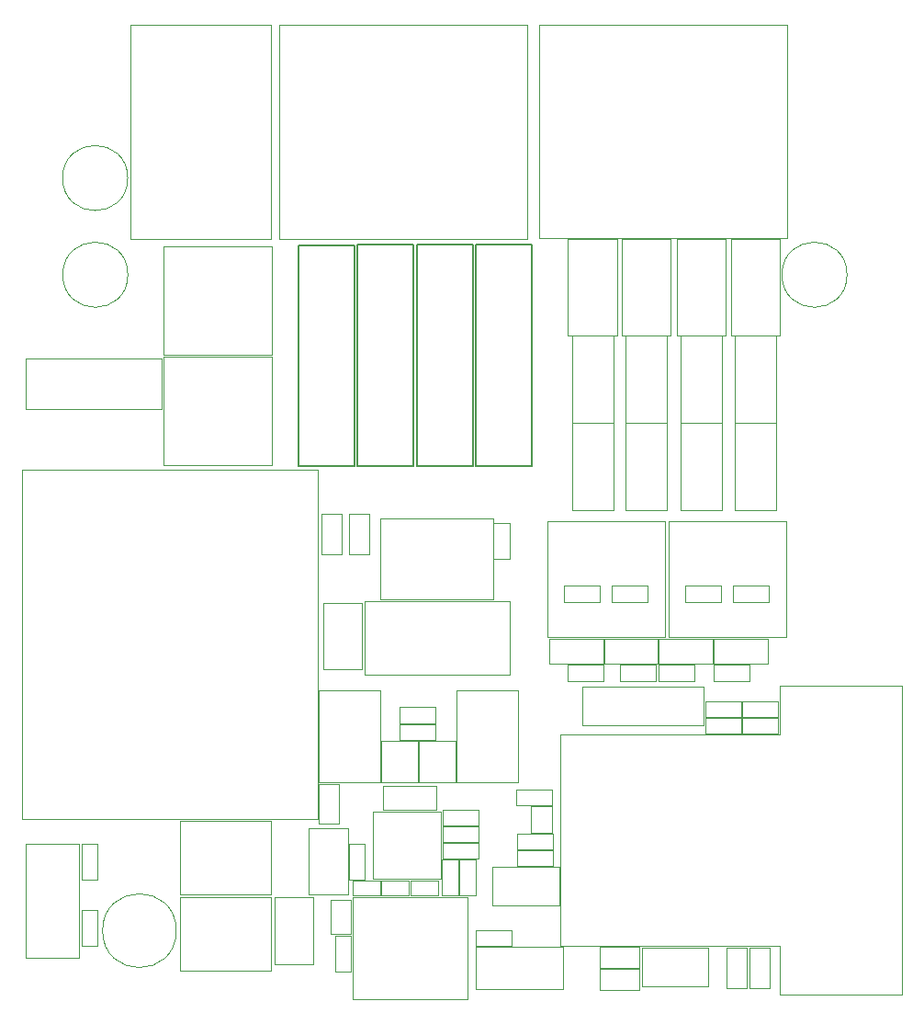
<source format=gbr>
G04 #@! TF.GenerationSoftware,KiCad,Pcbnew,(6.0.2)*
G04 #@! TF.CreationDate,2022-03-14T21:05:12+01:00*
G04 #@! TF.ProjectId,hamodule,68616d6f-6475-46c6-952e-6b696361645f,rev?*
G04 #@! TF.SameCoordinates,Original*
G04 #@! TF.FileFunction,Other,User*
%FSLAX46Y46*%
G04 Gerber Fmt 4.6, Leading zero omitted, Abs format (unit mm)*
G04 Created by KiCad (PCBNEW (6.0.2)) date 2022-03-14 21:05:12*
%MOMM*%
%LPD*%
G01*
G04 APERTURE LIST*
%ADD10C,0.050000*%
%ADD11C,0.150000*%
G04 APERTURE END LIST*
D10*
X148758500Y-142738700D02*
X148758500Y-148888700D01*
X148758500Y-148888700D02*
X152358500Y-148888700D01*
X152358500Y-142738700D02*
X148758500Y-142738700D01*
X152358500Y-148888700D02*
X152358500Y-142738700D01*
X184140400Y-121253900D02*
X179180400Y-121253900D01*
X179180400Y-118953900D02*
X184140400Y-118953900D01*
X179180400Y-121253900D02*
X179180400Y-118953900D01*
X184140400Y-118953900D02*
X184140400Y-121253900D01*
X176197500Y-91036100D02*
X180037500Y-91036100D01*
X180037500Y-91036100D02*
X180037500Y-99036100D01*
X176197500Y-99036100D02*
X176197500Y-91036100D01*
X180037500Y-99036100D02*
X176197500Y-99036100D01*
X184990500Y-99036100D02*
X181150500Y-99036100D01*
X184990500Y-91036100D02*
X184990500Y-99036100D01*
X181150500Y-91036100D02*
X184990500Y-91036100D01*
X181150500Y-99036100D02*
X181150500Y-91036100D01*
X125886500Y-97793500D02*
X138386500Y-97793500D01*
X125886500Y-93093500D02*
X138386500Y-93093500D01*
X138386500Y-93093500D02*
X138386500Y-97793500D01*
X125886500Y-93093500D02*
X125886500Y-97793500D01*
X184990500Y-99087900D02*
X184990500Y-107087900D01*
X181150500Y-99087900D02*
X184990500Y-99087900D01*
X184990500Y-107087900D02*
X181150500Y-107087900D01*
X181150500Y-107087900D02*
X181150500Y-99087900D01*
X180037500Y-99087900D02*
X180037500Y-107087900D01*
X180037500Y-107087900D02*
X176197500Y-107087900D01*
X176197500Y-99087900D02*
X180037500Y-99087900D01*
X176197500Y-107087900D02*
X176197500Y-99087900D01*
X155654500Y-111138500D02*
X155654500Y-107438500D01*
X157554500Y-107438500D02*
X157554500Y-111138500D01*
X157554500Y-111138500D02*
X155654500Y-111138500D01*
X155654500Y-107438500D02*
X157554500Y-107438500D01*
X155014500Y-111147500D02*
X153114500Y-111147500D01*
X153114500Y-107447500D02*
X155014500Y-107447500D01*
X155014500Y-107447500D02*
X155014500Y-111147500D01*
X153114500Y-111147500D02*
X153114500Y-107447500D01*
X140059300Y-142503500D02*
X148459300Y-142503500D01*
X140059300Y-135753500D02*
X140059300Y-142503500D01*
X148459300Y-135753500D02*
X140059300Y-135753500D01*
X148459300Y-142503500D02*
X148459300Y-135753500D01*
X153280500Y-121765500D02*
X156880500Y-121765500D01*
X156880500Y-121765500D02*
X156880500Y-115615500D01*
X153280500Y-115615500D02*
X153280500Y-121765500D01*
X156880500Y-115615500D02*
X153280500Y-115615500D01*
X131032500Y-147264500D02*
X131032500Y-143964500D01*
X131032500Y-143964500D02*
X132492500Y-143964500D01*
X132492500Y-147264500D02*
X131032500Y-147264500D01*
X132492500Y-143964500D02*
X132492500Y-147264500D01*
X132492500Y-141168500D02*
X131032500Y-141168500D01*
X131032500Y-141168500D02*
X131032500Y-137868500D01*
X132492500Y-137868500D02*
X132492500Y-141168500D01*
X131032500Y-137868500D02*
X132492500Y-137868500D01*
X157076500Y-122214500D02*
X170476500Y-122214500D01*
X170476500Y-115464500D02*
X157076500Y-115464500D01*
X170476500Y-122214500D02*
X170476500Y-115464500D01*
X157076500Y-115464500D02*
X157076500Y-122214500D01*
X168980100Y-108318200D02*
X170440100Y-108318200D01*
X170440100Y-108318200D02*
X170440100Y-111618200D01*
X168980100Y-111618200D02*
X168980100Y-108318200D01*
X170440100Y-111618200D02*
X168980100Y-111618200D01*
X125536100Y-103343500D02*
X152736100Y-103343500D01*
X152736100Y-103343500D02*
X152736100Y-135543500D01*
X152736100Y-135543500D02*
X125536100Y-135543500D01*
X125536100Y-135543500D02*
X125536100Y-103343500D01*
X125822500Y-137815500D02*
X125822500Y-148315500D01*
X130732500Y-137815500D02*
X125822500Y-137815500D01*
X125822500Y-148315500D02*
X130732500Y-148315500D01*
X130732500Y-148315500D02*
X130732500Y-137815500D01*
D11*
X150997800Y-82675598D02*
X150997800Y-103025598D01*
X156147800Y-82675598D02*
X150997800Y-82675598D01*
X150997800Y-82675598D02*
X150997800Y-82675598D01*
X150997800Y-103025598D02*
X156147800Y-103025598D01*
X156147800Y-103025598D02*
X156147800Y-82675598D01*
X161545300Y-103006099D02*
X161545300Y-82656099D01*
X156395300Y-103006099D02*
X161545300Y-103006099D01*
X156395300Y-82656099D02*
X156395300Y-103006099D01*
X161545300Y-82656099D02*
X156395300Y-82656099D01*
X156395300Y-82656099D02*
X156395300Y-82656099D01*
X172490500Y-103006099D02*
X172490500Y-82656099D01*
X172490500Y-82656099D02*
X167340500Y-82656099D01*
X167340500Y-82656099D02*
X167340500Y-103006099D01*
X167340500Y-82656099D02*
X167340500Y-82656099D01*
X167340500Y-103006099D02*
X172490500Y-103006099D01*
D10*
X172101902Y-62397100D02*
X149191102Y-62397100D01*
X172101902Y-82107500D02*
X172101902Y-62397100D01*
X149191102Y-82107500D02*
X172101902Y-82107500D01*
X149191102Y-62397100D02*
X149191102Y-82107500D01*
X135546102Y-62420699D02*
X135546102Y-82131099D01*
X148454102Y-82131099D02*
X148454102Y-62420699D01*
X135546102Y-82131099D02*
X148454102Y-82131099D01*
X148454102Y-62420699D02*
X135546102Y-62420699D01*
X173151102Y-82067499D02*
X196061902Y-82067499D01*
X196061902Y-62357099D02*
X173151102Y-62357099D01*
X196061902Y-82067499D02*
X196061902Y-62357099D01*
X173151102Y-62357099D02*
X173151102Y-82067499D01*
X138536500Y-92823500D02*
X138536500Y-82823500D01*
X138536500Y-92823500D02*
X148536500Y-92823500D01*
X148536500Y-82823500D02*
X148536500Y-92823500D01*
X148536500Y-82823500D02*
X138536500Y-82823500D01*
X201564500Y-85407500D02*
G75*
G03*
X201564500Y-85407500I-3000000J0D01*
G01*
X135270500Y-85407500D02*
G75*
G03*
X135270500Y-85407500I-3000000J0D01*
G01*
D11*
X161943000Y-82656099D02*
X161943000Y-82656099D01*
X167093000Y-103006099D02*
X167093000Y-82656099D01*
X167093000Y-82656099D02*
X161943000Y-82656099D01*
X161943000Y-103006099D02*
X167093000Y-103006099D01*
X161943000Y-82656099D02*
X161943000Y-103006099D01*
D10*
X135256500Y-76503500D02*
G75*
G03*
X135256500Y-76503500I-3000000J0D01*
G01*
X168916500Y-115283500D02*
X168916500Y-107883500D01*
X168916500Y-107883500D02*
X158516500Y-107883500D01*
X158516500Y-107883500D02*
X158516500Y-115283500D01*
X158516500Y-115283500D02*
X168916500Y-115283500D01*
X183932000Y-122815100D02*
X180632000Y-122815100D01*
X180632000Y-121355100D02*
X183932000Y-121355100D01*
X183932000Y-121355100D02*
X183932000Y-122815100D01*
X180632000Y-122815100D02*
X180632000Y-121355100D01*
X187513400Y-122815100D02*
X184213400Y-122815100D01*
X184213400Y-121355100D02*
X187513400Y-121355100D01*
X184213400Y-122815100D02*
X184213400Y-121355100D01*
X187513400Y-121355100D02*
X187513400Y-122815100D01*
X184197300Y-118953900D02*
X189157300Y-118953900D01*
X189157300Y-121253900D02*
X184197300Y-121253900D01*
X184197300Y-121253900D02*
X184197300Y-118953900D01*
X189157300Y-118953900D02*
X189157300Y-121253900D01*
X189265000Y-118953900D02*
X194225000Y-118953900D01*
X189265000Y-121253900D02*
X189265000Y-118953900D01*
X194225000Y-118953900D02*
X194225000Y-121253900D01*
X194225000Y-121253900D02*
X189265000Y-121253900D01*
X195048900Y-107087900D02*
X191208900Y-107087900D01*
X195048900Y-99087900D02*
X195048900Y-107087900D01*
X191208900Y-99087900D02*
X195048900Y-99087900D01*
X191208900Y-107087900D02*
X191208900Y-99087900D01*
X190019700Y-91036100D02*
X190019700Y-99036100D01*
X190019700Y-99036100D02*
X186179700Y-99036100D01*
X186179700Y-91036100D02*
X190019700Y-91036100D01*
X186179700Y-99036100D02*
X186179700Y-91036100D01*
X191208900Y-99036100D02*
X191208900Y-91036100D01*
X191208900Y-91036100D02*
X195048900Y-91036100D01*
X195048900Y-91036100D02*
X195048900Y-99036100D01*
X195048900Y-99036100D02*
X191208900Y-99036100D01*
X184772100Y-118789100D02*
X184772100Y-108089100D01*
X173972100Y-118789100D02*
X184772100Y-118789100D01*
X173972100Y-108089100D02*
X173972100Y-118789100D01*
X184772100Y-108089100D02*
X173972100Y-108089100D01*
X185148100Y-108089100D02*
X185148100Y-118789100D01*
X195948100Y-118789100D02*
X195948100Y-108089100D01*
X185148100Y-118789100D02*
X195948100Y-118789100D01*
X195948100Y-108089100D02*
X185148100Y-108089100D01*
X186179700Y-99087900D02*
X190019700Y-99087900D01*
X190019700Y-107087900D02*
X186179700Y-107087900D01*
X190019700Y-99087900D02*
X190019700Y-107087900D01*
X186179700Y-107087900D02*
X186179700Y-99087900D01*
X175782800Y-122815100D02*
X175782800Y-121355100D01*
X175782800Y-121355100D02*
X179082800Y-121355100D01*
X179082800Y-121355100D02*
X179082800Y-122815100D01*
X179082800Y-122815100D02*
X175782800Y-122815100D01*
X189293400Y-122815100D02*
X189293400Y-121355100D01*
X189293400Y-121355100D02*
X192593400Y-121355100D01*
X192593400Y-121355100D02*
X192593400Y-122815100D01*
X192593400Y-122815100D02*
X189293400Y-122815100D01*
X191818500Y-126142500D02*
X188518500Y-126142500D01*
X188518500Y-126142500D02*
X188518500Y-124682500D01*
X188518500Y-124682500D02*
X191818500Y-124682500D01*
X191818500Y-124682500D02*
X191818500Y-126142500D01*
X195171500Y-126142500D02*
X191871500Y-126142500D01*
X191871500Y-124682500D02*
X195171500Y-124682500D01*
X195171500Y-124682500D02*
X195171500Y-126142500D01*
X191871500Y-126142500D02*
X191871500Y-124682500D01*
X191806000Y-126206500D02*
X191806000Y-127666500D01*
X191806000Y-127666500D02*
X188506000Y-127666500D01*
X188506000Y-126206500D02*
X191806000Y-126206500D01*
X188506000Y-127666500D02*
X188506000Y-126206500D01*
X165496500Y-128316000D02*
X162096500Y-128316000D01*
X162096500Y-132156000D02*
X165496500Y-132156000D01*
X165496500Y-132156000D02*
X165496500Y-128316000D01*
X162096500Y-128316000D02*
X162096500Y-132156000D01*
X163634000Y-128243500D02*
X160334000Y-128243500D01*
X160334000Y-126783500D02*
X163634000Y-126783500D01*
X160334000Y-128243500D02*
X160334000Y-126783500D01*
X163634000Y-126783500D02*
X163634000Y-128243500D01*
X163634000Y-126713500D02*
X160334000Y-126713500D01*
X163634000Y-125253500D02*
X163634000Y-126713500D01*
X160334000Y-126713500D02*
X160334000Y-125253500D01*
X160334000Y-125253500D02*
X163634000Y-125253500D01*
X156033000Y-141200900D02*
X158533000Y-141200900D01*
X156033000Y-142600900D02*
X156033000Y-141200900D01*
X158533000Y-142600900D02*
X156033000Y-142600900D01*
X158533000Y-141200900D02*
X158533000Y-142600900D01*
X148459300Y-142730100D02*
X140059300Y-142730100D01*
X140059300Y-142730100D02*
X140059300Y-149480100D01*
X140059300Y-149480100D02*
X148459300Y-149480100D01*
X148459300Y-149480100D02*
X148459300Y-142730100D01*
X165566500Y-132153500D02*
X171266500Y-132153500D01*
X171266500Y-132153500D02*
X171266500Y-123653500D01*
X165566500Y-123653500D02*
X165566500Y-132153500D01*
X171266500Y-123653500D02*
X165566500Y-123653500D01*
X152856500Y-132183500D02*
X158556500Y-132183500D01*
X158556500Y-132183500D02*
X158556500Y-123683500D01*
X158556500Y-123683500D02*
X152856500Y-123683500D01*
X152856500Y-123683500D02*
X152856500Y-132183500D01*
X165704900Y-142590800D02*
X164244900Y-142590800D01*
X164244900Y-139290800D02*
X165704900Y-139290800D01*
X165704900Y-139290800D02*
X165704900Y-142590800D01*
X164244900Y-142590800D02*
X164244900Y-139290800D01*
X164328000Y-136140900D02*
X164328000Y-134680900D01*
X167628000Y-136140900D02*
X164328000Y-136140900D01*
X164328000Y-134680900D02*
X167628000Y-134680900D01*
X167628000Y-134680900D02*
X167628000Y-136140900D01*
X164328000Y-137728900D02*
X167628000Y-137728900D01*
X167628000Y-137728900D02*
X167628000Y-139188900D01*
X167628000Y-139188900D02*
X164328000Y-139188900D01*
X164328000Y-139188900D02*
X164328000Y-137728900D01*
X167628000Y-137664900D02*
X164328000Y-137664900D01*
X164328000Y-136204900D02*
X167628000Y-136204900D01*
X167628000Y-136204900D02*
X167628000Y-137664900D01*
X164328000Y-137664900D02*
X164328000Y-136204900D01*
X167304900Y-142597300D02*
X165844900Y-142597300D01*
X167304900Y-139297300D02*
X167304900Y-142597300D01*
X165844900Y-139297300D02*
X167304900Y-139297300D01*
X165844900Y-142597300D02*
X165844900Y-139297300D01*
X155676500Y-137815500D02*
X157136500Y-137815500D01*
X157136500Y-137815500D02*
X157136500Y-141115500D01*
X157136500Y-141115500D02*
X155676500Y-141115500D01*
X155676500Y-141115500D02*
X155676500Y-137815500D01*
X155826500Y-142964100D02*
X155826500Y-146164100D01*
X155826500Y-142964100D02*
X153926500Y-142964100D01*
X155826500Y-146164100D02*
X153926500Y-146164100D01*
X153926500Y-142964100D02*
X153926500Y-146164100D01*
X161133000Y-142600900D02*
X158633000Y-142600900D01*
X161133000Y-141200900D02*
X161133000Y-142600900D01*
X158633000Y-142600900D02*
X158633000Y-141200900D01*
X158633000Y-141200900D02*
X161133000Y-141200900D01*
X161343000Y-142600900D02*
X161343000Y-141200900D01*
X161343000Y-141200900D02*
X163843000Y-141200900D01*
X163843000Y-142600900D02*
X161343000Y-142600900D01*
X163843000Y-141200900D02*
X163843000Y-142600900D01*
X206610500Y-123236500D02*
X195330500Y-123236500D01*
X195330500Y-147236500D02*
X175110500Y-147236500D01*
X206610500Y-123236500D02*
X206610500Y-151736500D01*
X175110500Y-127736500D02*
X175110500Y-147236500D01*
X195330500Y-147236500D02*
X195330500Y-151736500D01*
X206610500Y-151736500D02*
X195330500Y-151736500D01*
X175110500Y-127736500D02*
X195330500Y-127736500D01*
X195330500Y-123236500D02*
X195330500Y-127736500D01*
X158636500Y-128326000D02*
X158636500Y-132166000D01*
X162036500Y-132166000D02*
X162036500Y-128326000D01*
X158636500Y-132166000D02*
X162036500Y-132166000D01*
X162036500Y-128326000D02*
X158636500Y-128326000D01*
X177155700Y-123332300D02*
X188355700Y-123332300D01*
X188355700Y-126882300D02*
X177155700Y-126882300D01*
X177155700Y-126882300D02*
X177155700Y-123332300D01*
X188355700Y-123332300D02*
X188355700Y-126882300D01*
X182642100Y-150961500D02*
X188792100Y-150961500D01*
X182642100Y-147361500D02*
X182642100Y-150961500D01*
X188792100Y-147361500D02*
X182642100Y-147361500D01*
X188792100Y-150961500D02*
X188792100Y-147361500D01*
X158779000Y-134695500D02*
X158779000Y-132455500D01*
X158779000Y-132455500D02*
X163679000Y-132455500D01*
X163679000Y-132455500D02*
X163679000Y-134695500D01*
X163679000Y-134695500D02*
X158779000Y-134695500D01*
X182428000Y-149354500D02*
X182428000Y-151254500D01*
X182428000Y-151254500D02*
X178728000Y-151254500D01*
X178728000Y-151254500D02*
X178728000Y-149354500D01*
X178728000Y-149354500D02*
X182428000Y-149354500D01*
X178728000Y-149222500D02*
X178728000Y-147322500D01*
X182428000Y-147322500D02*
X182428000Y-149222500D01*
X178728000Y-147322500D02*
X182428000Y-147322500D01*
X182428000Y-149222500D02*
X178728000Y-149222500D01*
X164083000Y-134840900D02*
X157883000Y-134840900D01*
X164083000Y-141040900D02*
X164083000Y-134840900D01*
X157883000Y-134840900D02*
X157883000Y-141040900D01*
X157883000Y-141040900D02*
X164083000Y-141040900D01*
X195161000Y-127666500D02*
X191861000Y-127666500D01*
X191861000Y-127666500D02*
X191861000Y-126206500D01*
X191861000Y-126206500D02*
X195161000Y-126206500D01*
X195161000Y-126206500D02*
X195161000Y-127666500D01*
X179085800Y-121253900D02*
X174125800Y-121253900D01*
X179085800Y-118953900D02*
X179085800Y-121253900D01*
X174125800Y-118953900D02*
X179085800Y-118953900D01*
X174125800Y-121253900D02*
X174125800Y-118953900D01*
X155533500Y-136358300D02*
X151933500Y-136358300D01*
X151933500Y-142508300D02*
X155533500Y-142508300D01*
X151933500Y-136358300D02*
X151933500Y-142508300D01*
X155533500Y-142508300D02*
X155533500Y-136358300D01*
X174381600Y-134270500D02*
X171081600Y-134270500D01*
X171081600Y-132810500D02*
X174381600Y-132810500D01*
X171081600Y-134270500D02*
X171081600Y-132810500D01*
X174381600Y-132810500D02*
X174381600Y-134270500D01*
X170659000Y-147243500D02*
X167359000Y-147243500D01*
X170659000Y-145783500D02*
X170659000Y-147243500D01*
X167359000Y-145783500D02*
X170659000Y-145783500D01*
X167359000Y-147243500D02*
X167359000Y-145783500D01*
X189976400Y-115525300D02*
X186676400Y-115525300D01*
X189976400Y-114065300D02*
X189976400Y-115525300D01*
X186676400Y-114065300D02*
X189976400Y-114065300D01*
X186676400Y-115525300D02*
X186676400Y-114065300D01*
X180820500Y-90975500D02*
X180820500Y-82125500D01*
X185320500Y-90975500D02*
X180820500Y-90975500D01*
X185320500Y-82125500D02*
X185320500Y-90975500D01*
X180820500Y-82125500D02*
X185320500Y-82125500D01*
X178804200Y-114065300D02*
X178804200Y-115525300D01*
X175504200Y-114065300D02*
X178804200Y-114065300D01*
X178804200Y-115525300D02*
X175504200Y-115525300D01*
X175504200Y-115525300D02*
X175504200Y-114065300D01*
X195378900Y-82125500D02*
X195378900Y-90975500D01*
X190878900Y-90975500D02*
X190878900Y-82125500D01*
X190878900Y-82125500D02*
X195378900Y-82125500D01*
X195378900Y-90975500D02*
X190878900Y-90975500D01*
X175050700Y-143519300D02*
X175050700Y-139919300D01*
X168900700Y-143519300D02*
X175050700Y-143519300D01*
X168900700Y-139919300D02*
X168900700Y-143519300D01*
X175050700Y-139919300D02*
X168900700Y-139919300D01*
X194434500Y-147392500D02*
X194434500Y-151092500D01*
X192534500Y-151092500D02*
X192534500Y-147392500D01*
X194434500Y-151092500D02*
X192534500Y-151092500D01*
X192534500Y-147392500D02*
X194434500Y-147392500D01*
X155953000Y-142730900D02*
X155953000Y-152150900D01*
X166593000Y-142730900D02*
X166593000Y-152150900D01*
X155953000Y-142730900D02*
X166593000Y-142730900D01*
X155953000Y-152150900D02*
X166593000Y-152150900D01*
X191045200Y-115525300D02*
X191045200Y-114065300D01*
X194345200Y-115525300D02*
X191045200Y-115525300D01*
X191045200Y-114065300D02*
X194345200Y-114065300D01*
X194345200Y-114065300D02*
X194345200Y-115525300D01*
X190349700Y-90975500D02*
X185849700Y-90975500D01*
X190349700Y-82125500D02*
X190349700Y-90975500D01*
X185849700Y-90975500D02*
X185849700Y-82125500D01*
X185849700Y-82125500D02*
X190349700Y-82125500D01*
X148536500Y-92953500D02*
X148536500Y-102953500D01*
X138536500Y-102953500D02*
X138536500Y-92953500D01*
X148536500Y-92953500D02*
X138536500Y-92953500D01*
X138536500Y-102953500D02*
X148536500Y-102953500D01*
X152856500Y-132285500D02*
X154756500Y-132285500D01*
X152856500Y-135985500D02*
X152856500Y-132285500D01*
X154756500Y-135985500D02*
X152856500Y-135985500D01*
X154756500Y-132285500D02*
X154756500Y-135985500D01*
X175376500Y-147323500D02*
X175376500Y-151163500D01*
X167376500Y-151163500D02*
X167376500Y-147323500D01*
X175376500Y-151163500D02*
X167376500Y-151163500D01*
X167376500Y-147323500D02*
X175376500Y-147323500D01*
X174393100Y-134384000D02*
X172393100Y-134384000D01*
X172393100Y-134384000D02*
X172393100Y-136784000D01*
X172393100Y-136784000D02*
X174393100Y-136784000D01*
X174393100Y-136784000D02*
X174393100Y-134384000D01*
X174431600Y-138334500D02*
X171131600Y-138334500D01*
X171131600Y-136874500D02*
X174431600Y-136874500D01*
X174431600Y-136874500D02*
X174431600Y-138334500D01*
X171131600Y-138334500D02*
X171131600Y-136874500D01*
X139734500Y-145825521D02*
G75*
G03*
X139734500Y-145825521I-3400000J0D01*
G01*
X180342100Y-82125500D02*
X180342100Y-90975500D01*
X180342100Y-90975500D02*
X175842100Y-90975500D01*
X175842100Y-82125500D02*
X180342100Y-82125500D01*
X175842100Y-90975500D02*
X175842100Y-82125500D01*
X179873000Y-115525300D02*
X179873000Y-114065300D01*
X179873000Y-114065300D02*
X183173000Y-114065300D01*
X183173000Y-114065300D02*
X183173000Y-115525300D01*
X183173000Y-115525300D02*
X179873000Y-115525300D01*
X171131600Y-138398500D02*
X174431600Y-138398500D01*
X174431600Y-138398500D02*
X174431600Y-139858500D01*
X174431600Y-139858500D02*
X171131600Y-139858500D01*
X171131600Y-139858500D02*
X171131600Y-138398500D01*
X192357500Y-151092500D02*
X190457500Y-151092500D01*
X190457500Y-151092500D02*
X190457500Y-147392500D01*
X190457500Y-147392500D02*
X192357500Y-147392500D01*
X192357500Y-147392500D02*
X192357500Y-151092500D01*
X155816500Y-149576000D02*
X154356500Y-149576000D01*
X154356500Y-149576000D02*
X154356500Y-146276000D01*
X155816500Y-146276000D02*
X155816500Y-149576000D01*
X154356500Y-146276000D02*
X155816500Y-146276000D01*
M02*

</source>
